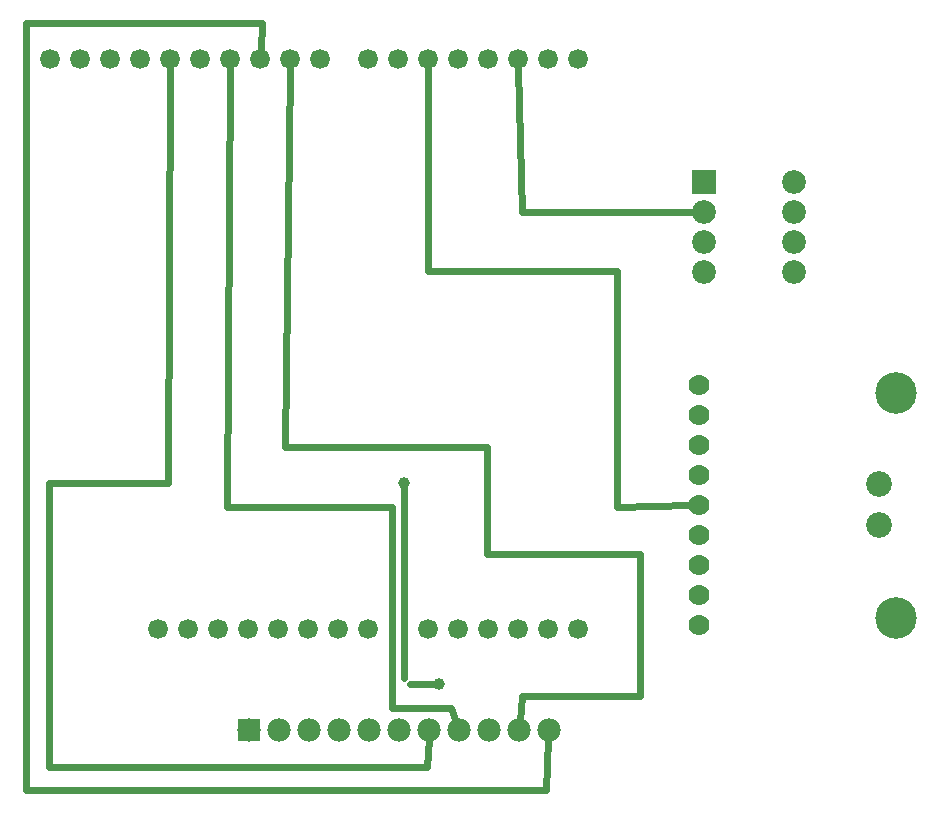
<source format=gbl>
G04 MADE WITH FRITZING*
G04 WWW.FRITZING.ORG*
G04 DOUBLE SIDED*
G04 HOLES PLATED*
G04 CONTOUR ON CENTER OF CONTOUR VECTOR*
%ASAXBY*%
%FSLAX23Y23*%
%MOIN*%
%OFA0B0*%
%SFA1.0B1.0*%
%ADD10C,0.066194*%
%ADD11C,0.066222*%
%ADD12C,0.138425*%
%ADD13C,0.086000*%
%ADD14C,0.070000*%
%ADD15C,0.078000*%
%ADD16C,0.039370*%
%ADD17C,0.079370*%
%ADD18R,0.078000X0.078000*%
%ADD19R,0.079370X0.079370*%
%ADD20C,0.024000*%
%LNCOPPER0*%
G90*
G70*
G54D10*
X2128Y592D03*
X2228Y592D03*
X2328Y592D03*
X2428Y592D03*
X2528Y592D03*
G54D11*
X1668Y2492D03*
X1568Y2492D03*
X1468Y2492D03*
X1368Y2492D03*
X1268Y2492D03*
X1168Y2492D03*
X1068Y2492D03*
X968Y2492D03*
X868Y2492D03*
X768Y2492D03*
X2528Y2492D03*
X2428Y2492D03*
X2328Y2492D03*
X2228Y2492D03*
X2128Y2492D03*
X2028Y2492D03*
X1928Y2492D03*
X1828Y2492D03*
G54D10*
X1228Y592D03*
X1128Y592D03*
X1328Y592D03*
X1428Y592D03*
X1528Y592D03*
X1628Y592D03*
X1728Y592D03*
X1828Y592D03*
X2028Y592D03*
G54D12*
X3587Y1380D03*
G54D13*
X3532Y938D03*
G54D12*
X3587Y630D03*
G54D14*
X2932Y605D03*
X2932Y705D03*
X2932Y805D03*
X2932Y905D03*
X2932Y1005D03*
X2932Y1105D03*
X2932Y1205D03*
X2932Y1305D03*
X2932Y1405D03*
G54D13*
X3532Y1076D03*
G54D15*
X1430Y254D03*
X1530Y254D03*
X1630Y254D03*
X1730Y254D03*
X1830Y254D03*
X1930Y254D03*
X2030Y254D03*
X2130Y254D03*
X2230Y254D03*
X2330Y254D03*
X2430Y254D03*
G54D16*
X1948Y1078D03*
X2065Y408D03*
G54D17*
X2947Y2083D03*
X3247Y2083D03*
X2947Y1983D03*
X3247Y1983D03*
X2947Y1883D03*
X3247Y1883D03*
X2947Y1783D03*
X3247Y1783D03*
G54D18*
X1430Y254D03*
G54D19*
X2947Y2083D03*
G54D20*
X2657Y999D02*
X2901Y1004D01*
D02*
X2657Y1786D02*
X2657Y999D01*
D02*
X2026Y1786D02*
X2657Y1786D01*
D02*
X2028Y2461D02*
X2026Y1786D01*
D02*
X1167Y2461D02*
X1160Y1077D01*
D02*
X765Y1078D02*
X765Y132D01*
D02*
X765Y132D02*
X2025Y133D01*
D02*
X2025Y133D02*
X2029Y224D01*
D02*
X1160Y1077D02*
X765Y1078D01*
D02*
X2105Y328D02*
X1906Y328D01*
D02*
X1906Y328D02*
X1908Y1000D01*
D02*
X1908Y1000D02*
X1356Y998D01*
D02*
X1356Y998D02*
X1367Y2461D01*
D02*
X2120Y283D02*
X2105Y328D01*
D02*
X2420Y55D02*
X2428Y224D01*
D02*
X1474Y2613D02*
X687Y2613D01*
D02*
X687Y2613D02*
X687Y55D01*
D02*
X687Y55D02*
X2420Y55D01*
D02*
X1469Y2522D02*
X1474Y2613D01*
D02*
X2224Y1197D02*
X1552Y1197D01*
D02*
X2224Y842D02*
X2224Y1197D01*
D02*
X1552Y1197D02*
X1567Y2461D01*
D02*
X2734Y842D02*
X2224Y842D01*
D02*
X2734Y368D02*
X2734Y842D01*
D02*
X2342Y368D02*
X2734Y368D01*
D02*
X2333Y284D02*
X2342Y368D01*
D02*
X1948Y1059D02*
X1947Y428D01*
D02*
X1966Y409D02*
X2046Y409D01*
D02*
X2916Y1983D02*
X2341Y1983D01*
D02*
X2341Y1983D02*
X2328Y2461D01*
G04 End of Copper0*
M02*
</source>
